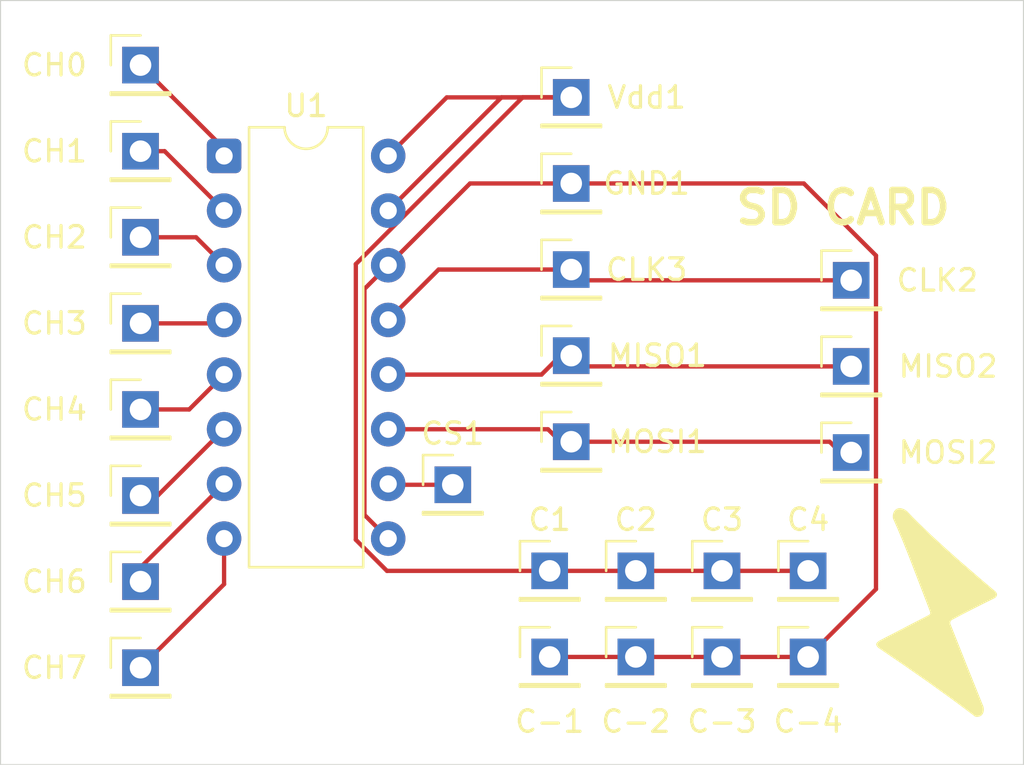
<source format=kicad_pcb>
(kicad_pcb (version 20241229) (generator "pcbnew") (generator_version "9.0")
  (layers (0 "F.Cu" signal) (2 "B.Cu" signal) (13 "F.Paste" user) (15 "B.Paste" user) (5 "F.SilkS" user "F.Silkscreen") (7 "B.SilkS" user "B.Silkscreen") (1 "F.Mask" user) (3 "B.Mask" user) (25 "Edge.Cuts" user))
  (net 0 "")
  (net 1 "Net-(U1-CLK)")
  (net 2 "Net-(U1-Din)")
  (net 3 "Net-(U1-Dout)")
  (net 4 "Net-(U1-AGND)")
  (net 5 "Net-(U1-~{CS}{slash}SHDN)")
  (net 6 "Net-(U1-CH0)")
  (net 7 "Net-(U1-CH1)")
  (net 8 "Net-(U1-CH2)")
  (net 9 "Net-(U1-CH3)")
  (net 10 "Net-(U1-CH4)")
  (net 11 "Net-(U1-CH5)")
  (net 12 "Net-(U1-CH6)")
  (net 13 "Net-(U1-CH7)")
  (net 14 "Net-(U1-Vdd)")
  (footprint "Connector_PinHeader_2.54mm:PinHeader_1x01_P2.54mm_Vertical" (layer "F.Cu") (at 92 142.5)
    (property "Reference" "CH7" (at -4 0 0) (layer "F.SilkS"))
    (property "Value" "TestPoint" (hide yes))
    (fp_line (start -1.38 -1.38) (end 0 -1.38) (stroke (width 0.12)) (layer "F.SilkS"))
    (fp_line (start -1.38 0) (end -1.38 -1.38) (stroke (width 0.12)) (layer "F.SilkS"))
    (fp_line (start -1.38 1.27) (end -1.38 1.38) (stroke (width 0.12)) (layer "F.SilkS"))
    (fp_line (start -1.38 1.27) (end 1.38 1.27) (stroke (width 0.12)) (layer "F.SilkS"))
    (fp_line (start -1.38 1.38) (end 1.38 1.38) (stroke (width 0.12)) (layer "F.SilkS"))
    (fp_line (start 1.38 1.27) (end 1.38 1.38) (stroke (width 0.12)) (layer "F.SilkS"))
    (pad "1" thru_hole rect (at 0 0) (size 1.7 1.7) (drill 1) (layers "*.Cu" "*.Mask") (net 13 "Net-(U1-CH7)"))
  )
  (footprint "Connector_PinHeader_2.54mm:PinHeader_1x01_P2.54mm_Vertical" (layer "F.Cu") (at 115 142)
    (property "Reference" "C-2" (at 0 3 0) (layer "F.SilkS"))
    (property "Value" "TestPoint" (hide yes))
    (fp_line (start -1.38 -1.38) (end 0 -1.38) (stroke (width 0.12)) (layer "F.SilkS"))
    (fp_line (start -1.38 0) (end -1.38 -1.38) (stroke (width 0.12)) (layer "F.SilkS"))
    (fp_line (start -1.38 1.27) (end -1.38 1.38) (stroke (width 0.12)) (layer "F.SilkS"))
    (fp_line (start -1.38 1.27) (end 1.38 1.27) (stroke (width 0.12)) (layer "F.SilkS"))
    (fp_line (start -1.38 1.38) (end 1.38 1.38) (stroke (width 0.12)) (layer "F.SilkS"))
    (fp_line (start 1.38 1.27) (end 1.38 1.38) (stroke (width 0.12)) (layer "F.SilkS"))
    (pad "1" thru_hole rect (at 0 0) (size 1.7 1.7) (drill 1) (layers "*.Cu" "*.Mask") (net 4 "Net-(U1-AGND)"))
  )
  (footprint "Connector_PinHeader_2.54mm:PinHeader_1x01_P2.54mm_Vertical" (layer "F.Cu") (at 115 138)
    (property "Reference" "C2" (at 0 -2.38 0) (layer "F.SilkS"))
    (property "Value" "TestPoint" (hide yes))
    (fp_line (start -1.38 -1.38) (end 0 -1.38) (stroke (width 0.12)) (layer "F.SilkS"))
    (fp_line (start -1.38 0) (end -1.38 -1.38) (stroke (width 0.12)) (layer "F.SilkS"))
    (fp_line (start -1.38 1.27) (end -1.38 1.38) (stroke (width 0.12)) (layer "F.SilkS"))
    (fp_line (start -1.38 1.27) (end 1.38 1.27) (stroke (width 0.12)) (layer "F.SilkS"))
    (fp_line (start -1.38 1.38) (end 1.38 1.38) (stroke (width 0.12)) (layer "F.SilkS"))
    (fp_line (start 1.38 1.27) (end 1.38 1.38) (stroke (width 0.12)) (layer "F.SilkS"))
    (pad "1" thru_hole rect (at 0 0) (size 1.7 1.7) (drill 1) (layers "*.Cu" "*.Mask") (net 14 "Net-(U1-Vdd)"))
  )
  (footprint "Connector_PinHeader_2.54mm:PinHeader_1x01_P2.54mm_Vertical" (layer "F.Cu") (at 125 128.5)
    (property "Reference" "MISO2" (at 4.5 0 0) (layer "F.SilkS"))
    (property "Value" "TestPoint" (hide yes))
    (fp_line (start -1.38 -1.38) (end 0 -1.38) (stroke (width 0.12)) (layer "F.SilkS"))
    (fp_line (start -1.38 0) (end -1.38 -1.38) (stroke (width 0.12)) (layer "F.SilkS"))
    (fp_line (start -1.38 1.27) (end -1.38 1.38) (stroke (width 0.12)) (layer "F.SilkS"))
    (fp_line (start -1.38 1.27) (end 1.38 1.27) (stroke (width 0.12)) (layer "F.SilkS"))
    (fp_line (start -1.38 1.38) (end 1.38 1.38) (stroke (width 0.12)) (layer "F.SilkS"))
    (fp_line (start 1.38 1.27) (end 1.38 1.38) (stroke (width 0.12)) (layer "F.SilkS"))
    (pad "1" thru_hole rect (at 0 0) (size 1.7 1.7) (drill 1) (layers "*.Cu" "*.Mask") (net 3 "Net-(U1-Dout)"))
  )
  (footprint "Connector_PinHeader_2.54mm:PinHeader_1x01_P2.54mm_Vertical" (layer "F.Cu") (at 111 138)
    (property "Reference" "C1" (at 0 -2.38 0) (layer "F.SilkS"))
    (property "Value" "TestPoint" (hide yes))
    (fp_line (start -1.38 -1.38) (end 0 -1.38) (stroke (width 0.12)) (layer "F.SilkS"))
    (fp_line (start -1.38 0) (end -1.38 -1.38) (stroke (width 0.12)) (layer "F.SilkS"))
    (fp_line (start -1.38 1.27) (end -1.38 1.38) (stroke (width 0.12)) (layer "F.SilkS"))
    (fp_line (start -1.38 1.27) (end 1.38 1.27) (stroke (width 0.12)) (layer "F.SilkS"))
    (fp_line (start -1.38 1.38) (end 1.38 1.38) (stroke (width 0.12)) (layer "F.SilkS"))
    (fp_line (start 1.38 1.27) (end 1.38 1.38) (stroke (width 0.12)) (layer "F.SilkS"))
    (pad "1" thru_hole rect (at 0 0) (size 1.7 1.7) (drill 1) (layers "*.Cu" "*.Mask") (net 14 "Net-(U1-Vdd)"))
  )
  (footprint "Connector_PinHeader_2.54mm:PinHeader_1x01_P2.54mm_Vertical" (layer "F.Cu") (at 92 114.5)
    (property "Reference" "CH0" (at -4 0 0) (layer "F.SilkS"))
    (property "Value" "TestPoint" (hide yes))
    (fp_line (start -1.38 -1.38) (end 0 -1.38) (stroke (width 0.12)) (layer "F.SilkS"))
    (fp_line (start -1.38 0) (end -1.38 -1.38) (stroke (width 0.12)) (layer "F.SilkS"))
    (fp_line (start -1.38 1.27) (end -1.38 1.38) (stroke (width 0.12)) (layer "F.SilkS"))
    (fp_line (start -1.38 1.27) (end 1.38 1.27) (stroke (width 0.12)) (layer "F.SilkS"))
    (fp_line (start -1.38 1.38) (end 1.38 1.38) (stroke (width 0.12)) (layer "F.SilkS"))
    (fp_line (start 1.38 1.27) (end 1.38 1.38) (stroke (width 0.12)) (layer "F.SilkS"))
    (pad "1" thru_hole rect (at 0 0) (size 1.7 1.7) (drill 1) (layers "*.Cu" "*.Mask") (net 6 "Net-(U1-CH0)"))
  )
  (footprint "Connector_PinHeader_2.54mm:PinHeader_1x01_P2.54mm_Vertical" (layer "F.Cu") (at 123 138)
    (property "Reference" "C4" (at 0 -2.38 0) (layer "F.SilkS"))
    (property "Value" "TestPoint" (hide yes))
    (fp_line (start -1.38 -1.38) (end 0 -1.38) (stroke (width 0.12)) (layer "F.SilkS"))
    (fp_line (start -1.38 0) (end -1.38 -1.38) (stroke (width 0.12)) (layer "F.SilkS"))
    (fp_line (start -1.38 1.27) (end -1.38 1.38) (stroke (width 0.12)) (layer "F.SilkS"))
    (fp_line (start -1.38 1.27) (end 1.38 1.27) (stroke (width 0.12)) (layer "F.SilkS"))
    (fp_line (start -1.38 1.38) (end 1.38 1.38) (stroke (width 0.12)) (layer "F.SilkS"))
    (fp_line (start 1.38 1.27) (end 1.38 1.38) (stroke (width 0.12)) (layer "F.SilkS"))
    (pad "1" thru_hole rect (at 0 0) (size 1.7 1.7) (drill 1) (layers "*.Cu" "*.Mask") (net 14 "Net-(U1-Vdd)"))
  )
  (footprint "Connector_PinHeader_2.54mm:PinHeader_1x01_P2.54mm_Vertical" (layer "F.Cu") (at 112 120)
    (property "Reference" "GND1" (at 3.5 0 0) (layer "F.SilkS"))
    (property "Value" "TestPoint" (hide yes))
    (fp_line (start -1.38 -1.38) (end 0 -1.38) (stroke (width 0.12)) (layer "F.SilkS"))
    (fp_line (start -1.38 0) (end -1.38 -1.38) (stroke (width 0.12)) (layer "F.SilkS"))
    (fp_line (start -1.38 1.27) (end -1.38 1.38) (stroke (width 0.12)) (layer "F.SilkS"))
    (fp_line (start -1.38 1.27) (end 1.38 1.27) (stroke (width 0.12)) (layer "F.SilkS"))
    (fp_line (start -1.38 1.38) (end 1.38 1.38) (stroke (width 0.12)) (layer "F.SilkS"))
    (fp_line (start 1.38 1.27) (end 1.38 1.38) (stroke (width 0.12)) (layer "F.SilkS"))
    (pad "1" thru_hole rect (at 0 0) (size 1.7 1.7) (drill 1) (layers "*.Cu" "*.Mask") (net 4 "Net-(U1-AGND)"))
  )
  (footprint "Connector_PinHeader_2.54mm:PinHeader_1x01_P2.54mm_Vertical" (layer "F.Cu") (at 92 122.5)
    (property "Reference" "CH2" (at -4 0 0) (layer "F.SilkS"))
    (property "Value" "TestPoint" (hide yes))
    (fp_line (start -1.38 -1.38) (end 0 -1.38) (stroke (width 0.12)) (layer "F.SilkS"))
    (fp_line (start -1.38 0) (end -1.38 -1.38) (stroke (width 0.12)) (layer "F.SilkS"))
    (fp_line (start -1.38 1.27) (end -1.38 1.38) (stroke (width 0.12)) (layer "F.SilkS"))
    (fp_line (start -1.38 1.27) (end 1.38 1.27) (stroke (width 0.12)) (layer "F.SilkS"))
    (fp_line (start -1.38 1.38) (end 1.38 1.38) (stroke (width 0.12)) (layer "F.SilkS"))
    (fp_line (start 1.38 1.27) (end 1.38 1.38) (stroke (width 0.12)) (layer "F.SilkS"))
    (pad "1" thru_hole rect (at 0 0) (size 1.7 1.7) (drill 1) (layers "*.Cu" "*.Mask") (net 8 "Net-(U1-CH2)"))
  )
  (footprint "Connector_PinHeader_2.54mm:PinHeader_1x01_P2.54mm_Vertical" (layer "F.Cu") (at 92 130.5)
    (property "Reference" "CH4" (at -4 0 0) (layer "F.SilkS"))
    (property "Value" "TestPoint" (hide yes))
    (fp_line (start -1.38 -1.38) (end 0 -1.38) (stroke (width 0.12)) (layer "F.SilkS"))
    (fp_line (start -1.38 0) (end -1.38 -1.38) (stroke (width 0.12)) (layer "F.SilkS"))
    (fp_line (start -1.38 1.27) (end -1.38 1.38) (stroke (width 0.12)) (layer "F.SilkS"))
    (fp_line (start -1.38 1.27) (end 1.38 1.27) (stroke (width 0.12)) (layer "F.SilkS"))
    (fp_line (start -1.38 1.38) (end 1.38 1.38) (stroke (width 0.12)) (layer "F.SilkS"))
    (fp_line (start 1.38 1.27) (end 1.38 1.38) (stroke (width 0.12)) (layer "F.SilkS"))
    (pad "1" thru_hole rect (at 0 0) (size 1.7 1.7) (drill 1) (layers "*.Cu" "*.Mask") (net 10 "Net-(U1-CH4)"))
  )
  (footprint "Connector_PinHeader_2.54mm:PinHeader_1x01_P2.54mm_Vertical" (layer "F.Cu") (at 123 142)
    (property "Reference" "C-4" (at 0 3 0) (layer "F.SilkS"))
    (property "Value" "TestPoint" (hide yes))
    (fp_line (start -1.38 -1.38) (end 0 -1.38) (stroke (width 0.12)) (layer "F.SilkS"))
    (fp_line (start -1.38 0) (end -1.38 -1.38) (stroke (width 0.12)) (layer "F.SilkS"))
    (fp_line (start -1.38 1.27) (end -1.38 1.38) (stroke (width 0.12)) (layer "F.SilkS"))
    (fp_line (start -1.38 1.27) (end 1.38 1.27) (stroke (width 0.12)) (layer "F.SilkS"))
    (fp_line (start -1.38 1.38) (end 1.38 1.38) (stroke (width 0.12)) (layer "F.SilkS"))
    (fp_line (start 1.38 1.27) (end 1.38 1.38) (stroke (width 0.12)) (layer "F.SilkS"))
    (pad "1" thru_hole rect (at 0 0) (size 1.7 1.7) (drill 1) (layers "*.Cu" "*.Mask") (net 4 "Net-(U1-AGND)"))
  )
  (footprint "Connector_PinHeader_2.54mm:PinHeader_1x01_P2.54mm_Vertical" (layer "F.Cu") (at 112 128)
    (property "Reference" "MISO1" (at 4 0 0) (layer "F.SilkS"))
    (property "Value" "TestPoint" (hide yes))
    (fp_line (start -1.38 -1.38) (end 0 -1.38) (stroke (width 0.12)) (layer "F.SilkS"))
    (fp_line (start -1.38 0) (end -1.38 -1.38) (stroke (width 0.12)) (layer "F.SilkS"))
    (fp_line (start -1.38 1.27) (end -1.38 1.38) (stroke (width 0.12)) (layer "F.SilkS"))
    (fp_line (start -1.38 1.27) (end 1.38 1.27) (stroke (width 0.12)) (layer "F.SilkS"))
    (fp_line (start -1.38 1.38) (end 1.38 1.38) (stroke (width 0.12)) (layer "F.SilkS"))
    (fp_line (start 1.38 1.27) (end 1.38 1.38) (stroke (width 0.12)) (layer "F.SilkS"))
    (pad "1" thru_hole rect (at 0 0) (size 1.7 1.7) (drill 1) (layers "*.Cu" "*.Mask") (net 3 "Net-(U1-Dout)"))
  )
  (footprint "Connector_PinHeader_2.54mm:PinHeader_1x01_P2.54mm_Vertical" (layer "F.Cu") (at 112 132)
    (property "Reference" "MOSI1" (at 4 0 0) (layer "F.SilkS"))
    (property "Value" "TestPoint" (hide yes))
    (fp_line (start -1.38 -1.38) (end 0 -1.38) (stroke (width 0.12)) (layer "F.SilkS"))
    (fp_line (start -1.38 0) (end -1.38 -1.38) (stroke (width 0.12)) (layer "F.SilkS"))
    (fp_line (start -1.38 1.27) (end -1.38 1.38) (stroke (width 0.12)) (layer "F.SilkS"))
    (fp_line (start -1.38 1.27) (end 1.38 1.27) (stroke (width 0.12)) (layer "F.SilkS"))
    (fp_line (start -1.38 1.38) (end 1.38 1.38) (stroke (width 0.12)) (layer "F.SilkS"))
    (fp_line (start 1.38 1.27) (end 1.38 1.38) (stroke (width 0.12)) (layer "F.SilkS"))
    (pad "1" thru_hole rect (at 0 0) (size 1.7 1.7) (drill 1) (layers "*.Cu" "*.Mask") (net 2 "Net-(U1-Din)"))
  )
  (footprint "Connector_PinHeader_2.54mm:PinHeader_1x01_P2.54mm_Vertical" (layer "F.Cu") (at 125 132.5)
    (property "Reference" "MOSI2" (at 4.5 0 0) (layer "F.SilkS"))
    (property "Value" "TestPoint" (hide yes))
    (fp_line (start -1.38 -1.38) (end 0 -1.38) (stroke (width 0.12)) (layer "F.SilkS"))
    (fp_line (start -1.38 0) (end -1.38 -1.38) (stroke (width 0.12)) (layer "F.SilkS"))
    (fp_line (start -1.38 1.27) (end -1.38 1.38) (stroke (width 0.12)) (layer "F.SilkS"))
    (fp_line (start -1.38 1.27) (end 1.38 1.27) (stroke (width 0.12)) (layer "F.SilkS"))
    (fp_line (start -1.38 1.38) (end 1.38 1.38) (stroke (width 0.12)) (layer "F.SilkS"))
    (fp_line (start 1.38 1.27) (end 1.38 1.38) (stroke (width 0.12)) (layer "F.SilkS"))
    (pad "1" thru_hole rect (at 0 0) (size 1.7 1.7) (drill 1) (layers "*.Cu" "*.Mask") (net 2 "Net-(U1-Din)"))
  )
  (footprint "Connector_PinHeader_2.54mm:PinHeader_1x01_P2.54mm_Vertical" (layer "F.Cu") (at 92 138.5)
    (property "Reference" "CH6" (at -4 0 0) (layer "F.SilkS"))
    (property "Value" "TestPoint" (hide yes))
    (fp_line (start -1.38 -1.38) (end 0 -1.38) (stroke (width 0.12)) (layer "F.SilkS"))
    (fp_line (start -1.38 0) (end -1.38 -1.38) (stroke (width 0.12)) (layer "F.SilkS"))
    (fp_line (start -1.38 1.27) (end -1.38 1.38) (stroke (width 0.12)) (layer "F.SilkS"))
    (fp_line (start -1.38 1.27) (end 1.38 1.27) (stroke (width 0.12)) (layer "F.SilkS"))
    (fp_line (start -1.38 1.38) (end 1.38 1.38) (stroke (width 0.12)) (layer "F.SilkS"))
    (fp_line (start 1.38 1.27) (end 1.38 1.38) (stroke (width 0.12)) (layer "F.SilkS"))
    (pad "1" thru_hole rect (at 0 0) (size 1.7 1.7) (drill 1) (layers "*.Cu" "*.Mask") (net 12 "Net-(U1-CH6)"))
  )
  (footprint "Connector_PinHeader_2.54mm:PinHeader_1x01_P2.54mm_Vertical" (layer "F.Cu") (at 92 118.5)
    (property "Reference" "CH1" (at -4 0 0) (layer "F.SilkS"))
    (property "Value" "TestPoint" (hide yes))
    (fp_line (start -1.38 -1.38) (end 0 -1.38) (stroke (width 0.12)) (layer "F.SilkS"))
    (fp_line (start -1.38 0) (end -1.38 -1.38) (stroke (width 0.12)) (layer "F.SilkS"))
    (fp_line (start -1.38 1.27) (end -1.38 1.38) (stroke (width 0.12)) (layer "F.SilkS"))
    (fp_line (start -1.38 1.27) (end 1.38 1.27) (stroke (width 0.12)) (layer "F.SilkS"))
    (fp_line (start -1.38 1.38) (end 1.38 1.38) (stroke (width 0.12)) (layer "F.SilkS"))
    (fp_line (start 1.38 1.27) (end 1.38 1.38) (stroke (width 0.12)) (layer "F.SilkS"))
    (pad "1" thru_hole rect (at 0 0) (size 1.7 1.7) (drill 1) (layers "*.Cu" "*.Mask") (net 7 "Net-(U1-CH1)"))
  )
  (footprint "Connector_PinHeader_2.54mm:PinHeader_1x01_P2.54mm_Vertical" (layer "F.Cu") (at 119 138)
    (property "Reference" "C3" (at 0 -2.38 0) (layer "F.SilkS"))
    (property "Value" "TestPoint" (hide yes))
    (fp_line (start -1.38 -1.38) (end 0 -1.38) (stroke (width 0.12)) (layer "F.SilkS"))
    (fp_line (start -1.38 0) (end -1.38 -1.38) (stroke (width 0.12)) (layer "F.SilkS"))
    (fp_line (start -1.38 1.27) (end -1.38 1.38) (stroke (width 0.12)) (layer "F.SilkS"))
    (fp_line (start -1.38 1.27) (end 1.38 1.27) (stroke (width 0.12)) (layer "F.SilkS"))
    (fp_line (start -1.38 1.38) (end 1.38 1.38) (stroke (width 0.12)) (layer "F.SilkS"))
    (fp_line (start 1.38 1.27) (end 1.38 1.38) (stroke (width 0.12)) (layer "F.SilkS"))
    (pad "1" thru_hole rect (at 0 0) (size 1.7 1.7) (drill 1) (layers "*.Cu" "*.Mask") (net 14 "Net-(U1-Vdd)"))
  )
  (footprint "Connector_PinHeader_2.54mm:PinHeader_1x01_P2.54mm_Vertical" (layer "F.Cu") (at 119 142)
    (property "Reference" "C-3" (at 0 3 0) (layer "F.SilkS"))
    (property "Value" "TestPoint" (hide yes))
    (fp_line (start -1.38 -1.38) (end 0 -1.38) (stroke (width 0.12)) (layer "F.SilkS"))
    (fp_line (start -1.38 0) (end -1.38 -1.38) (stroke (width 0.12)) (layer "F.SilkS"))
    (fp_line (start -1.38 1.27) (end -1.38 1.38) (stroke (width 0.12)) (layer "F.SilkS"))
    (fp_line (start -1.38 1.27) (end 1.38 1.27) (stroke (width 0.12)) (layer "F.SilkS"))
    (fp_line (start -1.38 1.38) (end 1.38 1.38) (stroke (width 0.12)) (layer "F.SilkS"))
    (fp_line (start 1.38 1.27) (end 1.38 1.38) (stroke (width 0.12)) (layer "F.SilkS"))
    (pad "1" thru_hole rect (at 0 0) (size 1.7 1.7) (drill 1) (layers "*.Cu" "*.Mask") (net 4 "Net-(U1-AGND)"))
  )
  (footprint "Package_DIP:DIP-16_W7.62mm" (layer "F.Cu") (at 95.88 118.72)
    (property "Reference" "U1" (at 3.81 -2.33 0) (layer "F.SilkS"))
    (property "Value" "MCP3008")
    (fp_line (start 1.16 -1.33) (end 1.16 19.11) (stroke (width 0.12)) (layer "F.SilkS"))
    (fp_line (start 1.16 19.11) (end 6.46 19.11) (stroke (width 0.12)) (layer "F.SilkS"))
    (fp_line (start 2.81 -1.33) (end 1.16 -1.33) (stroke (width 0.12)) (layer "F.SilkS"))
    (fp_line (start 6.46 -1.33) (end 4.81 -1.33) (stroke (width 0.12)) (layer "F.SilkS"))
    (fp_line (start 6.46 19.11) (end 6.46 -1.33) (stroke (width 0.12)) (layer "F.SilkS"))
    (fp_arc (start 4.81 -1.33) (mid 3.81 -0.33) (end 2.81 -1.33) (stroke (width 0.12)) (layer "F.SilkS"))
    (pad "1" thru_hole roundrect (at 0 0) (size 1.6 1.6) (drill 0.8) (layers "*.Cu" "*.Mask") (roundrect_rratio 0.15625) (net 6 "Net-(U1-CH0)"))
    (pad "2" thru_hole circle (at 0 2.54) (size 1.6 1.6) (drill 0.8) (layers "*.Cu" "*.Mask") (net 7 "Net-(U1-CH1)"))
    (pad "3" thru_hole circle (at 0 5.08) (size 1.6 1.6) (drill 0.8) (layers "*.Cu" "*.Mask") (net 8 "Net-(U1-CH2)"))
    (pad "4" thru_hole circle (at 0 7.62) (size 1.6 1.6) (drill 0.8) (layers "*.Cu" "*.Mask") (net 9 "Net-(U1-CH3)"))
    (pad "5" thru_hole circle (at 0 10.16) (size 1.6 1.6) (drill 0.8) (layers "*.Cu" "*.Mask") (net 10 "Net-(U1-CH4)"))
    (pad "6" thru_hole circle (at 0 12.7) (size 1.6 1.6) (drill 0.8) (layers "*.Cu" "*.Mask") (net 11 "Net-(U1-CH5)"))
    (pad "7" thru_hole circle (at 0 15.24) (size 1.6 1.6) (drill 0.8) (layers "*.Cu" "*.Mask") (net 12 "Net-(U1-CH6)"))
    (pad "8" thru_hole circle (at 0 17.78) (size 1.6 1.6) (drill 0.8) (layers "*.Cu" "*.Mask") (net 13 "Net-(U1-CH7)"))
    (pad "9" thru_hole circle (at 7.62 17.78) (size 1.6 1.6) (drill 0.8) (layers "*.Cu" "*.Mask") (net 4 "Net-(U1-AGND)"))
    (pad "10" thru_hole circle (at 7.62 15.24) (size 1.6 1.6) (drill 0.8) (layers "*.Cu" "*.Mask") (net 5 "Net-(U1-~{CS}{slash}SHDN)"))
    (pad "11" thru_hole circle (at 7.62 12.7) (size 1.6 1.6) (drill 0.8) (layers "*.Cu" "*.Mask") (net 2 "Net-(U1-Din)"))
    (pad "12" thru_hole circle (at 7.62 10.16) (size 1.6 1.6) (drill 0.8) (layers "*.Cu" "*.Mask") (net 3 "Net-(U1-Dout)"))
    (pad "13" thru_hole circle (at 7.62 7.62) (size 1.6 1.6) (drill 0.8) (layers "*.Cu" "*.Mask") (net 1 "Net-(U1-CLK)"))
    (pad "14" thru_hole circle (at 7.62 5.08) (size 1.6 1.6) (drill 0.8) (layers "*.Cu" "*.Mask") (net 4 "Net-(U1-AGND)"))
    (pad "15" thru_hole circle (at 7.62 2.54) (size 1.6 1.6) (drill 0.8) (layers "*.Cu" "*.Mask") (net 14 "Net-(U1-Vdd)"))
    (pad "16" thru_hole circle (at 7.62 0) (size 1.6 1.6) (drill 0.8) (layers "*.Cu" "*.Mask") (net 14 "Net-(U1-Vdd)"))
  )
  (footprint "Connector_PinHeader_2.54mm:PinHeader_1x01_P2.54mm_Vertical" (layer "F.Cu") (at 92 134.5)
    (property "Reference" "CH5" (at -4 0 0) (layer "F.SilkS"))
    (property "Value" "TestPoint" (hide yes))
    (fp_line (start -1.38 -1.38) (end 0 -1.38) (stroke (width 0.12)) (layer "F.SilkS"))
    (fp_line (start -1.38 0) (end -1.38 -1.38) (stroke (width 0.12)) (layer "F.SilkS"))
    (fp_line (start -1.38 1.27) (end -1.38 1.38) (stroke (width 0.12)) (layer "F.SilkS"))
    (fp_line (start -1.38 1.27) (end 1.38 1.27) (stroke (width 0.12)) (layer "F.SilkS"))
    (fp_line (start -1.38 1.38) (end 1.38 1.38) (stroke (width 0.12)) (layer "F.SilkS"))
    (fp_line (start 1.38 1.27) (end 1.38 1.38) (stroke (width 0.12)) (layer "F.SilkS"))
    (pad "1" thru_hole rect (at 0 0) (size 1.7 1.7) (drill 1) (layers "*.Cu" "*.Mask") (net 11 "Net-(U1-CH5)"))
  )
  (footprint "Connector_PinHeader_2.54mm:PinHeader_1x01_P2.54mm_Vertical" (layer "F.Cu") (at 125 124.5)
    (property "Reference" "CLK2" (at 4 0 0) (layer "F.SilkS"))
    (property "Value" "TestPoint" (hide yes))
    (fp_line (start -1.38 -1.38) (end 0 -1.38) (stroke (width 0.12)) (layer "F.SilkS"))
    (fp_line (start -1.38 0) (end -1.38 -1.38) (stroke (width 0.12)) (layer "F.SilkS"))
    (fp_line (start -1.38 1.27) (end -1.38 1.38) (stroke (width 0.12)) (layer "F.SilkS"))
    (fp_line (start -1.38 1.27) (end 1.38 1.27) (stroke (width 0.12)) (layer "F.SilkS"))
    (fp_line (start -1.38 1.38) (end 1.38 1.38) (stroke (width 0.12)) (layer "F.SilkS"))
    (fp_line (start 1.38 1.27) (end 1.38 1.38) (stroke (width 0.12)) (layer "F.SilkS"))
    (pad "1" thru_hole rect (at 0 0) (size 1.7 1.7) (drill 1) (layers "*.Cu" "*.Mask") (net 1 "Net-(U1-CLK)"))
  )
  (footprint "Connector_PinHeader_2.54mm:PinHeader_1x01_P2.54mm_Vertical" (layer "F.Cu") (at 92 126.5)
    (property "Reference" "CH3" (at -4 0 0) (layer "F.SilkS"))
    (property "Value" "TestPoint" (hide yes))
    (fp_line (start -1.38 -1.38) (end 0 -1.38) (stroke (width 0.12)) (layer "F.SilkS"))
    (fp_line (start -1.38 0) (end -1.38 -1.38) (stroke (width 0.12)) (layer "F.SilkS"))
    (fp_line (start -1.38 1.27) (end -1.38 1.38) (stroke (width 0.12)) (layer "F.SilkS"))
    (fp_line (start -1.38 1.27) (end 1.38 1.27) (stroke (width 0.12)) (layer "F.SilkS"))
    (fp_line (start -1.38 1.38) (end 1.38 1.38) (stroke (width 0.12)) (layer "F.SilkS"))
    (fp_line (start 1.38 1.27) (end 1.38 1.38) (stroke (width 0.12)) (layer "F.SilkS"))
    (pad "1" thru_hole rect (at 0 0) (size 1.7 1.7) (drill 1) (layers "*.Cu" "*.Mask") (net 9 "Net-(U1-CH3)"))
  )
  (footprint "Connector_PinHeader_2.54mm:PinHeader_1x01_P2.54mm_Vertical" (layer "F.Cu") (at 106.5 134)
    (property "Reference" "CS1" (at 0 -2.38 0) (layer "F.SilkS"))
    (property "Value" "TestPoint" (hide yes))
    (fp_line (start -1.38 -1.38) (end 0 -1.38) (stroke (width 0.12)) (layer "F.SilkS"))
    (fp_line (start -1.38 0) (end -1.38 -1.38) (stroke (width 0.12)) (layer "F.SilkS"))
    (fp_line (start -1.38 1.27) (end -1.38 1.38) (stroke (width 0.12)) (layer "F.SilkS"))
    (fp_line (start -1.38 1.27) (end 1.38 1.27) (stroke (width 0.12)) (layer "F.SilkS"))
    (fp_line (start -1.38 1.38) (end 1.38 1.38) (stroke (width 0.12)) (layer "F.SilkS"))
    (fp_line (start 1.38 1.27) (end 1.38 1.38) (stroke (width 0.12)) (layer "F.SilkS"))
    (pad "1" thru_hole rect (at 0 0) (size 1.7 1.7) (drill 1) (layers "*.Cu" "*.Mask") (net 5 "Net-(U1-~{CS}{slash}SHDN)"))
  )
  (footprint "Connector_PinHeader_2.54mm:PinHeader_1x01_P2.54mm_Vertical" (layer "F.Cu") (at 111 142)
    (property "Reference" "C-1" (at 0 3 0) (layer "F.SilkS"))
    (property "Value" "TestPoint" (hide yes))
    (fp_line (start -1.38 -1.38) (end 0 -1.38) (stroke (width 0.12)) (layer "F.SilkS"))
    (fp_line (start -1.38 0) (end -1.38 -1.38) (stroke (width 0.12)) (layer "F.SilkS"))
    (fp_line (start -1.38 1.27) (end -1.38 1.38) (stroke (width 0.12)) (layer "F.SilkS"))
    (fp_line (start -1.38 1.27) (end 1.38 1.27) (stroke (width 0.12)) (layer "F.SilkS"))
    (fp_line (start -1.38 1.38) (end 1.38 1.38) (stroke (width 0.12)) (layer "F.SilkS"))
    (fp_line (start 1.38 1.27) (end 1.38 1.38) (stroke (width 0.12)) (layer "F.SilkS"))
    (pad "1" thru_hole rect (at 0 0) (size 1.7 1.7) (drill 1) (layers "*.Cu" "*.Mask") (net 4 "Net-(U1-AGND)"))
  )
  (footprint "Connector_PinHeader_2.54mm:PinHeader_1x01_P2.54mm_Vertical" (layer "F.Cu") (at 112 116)
    (property "Reference" "Vdd1" (at 3.5 0 0) (layer "F.SilkS"))
    (property "Value" "TestPoint" (hide yes))
    (fp_line (start -1.38 -1.38) (end 0 -1.38) (stroke (width 0.12)) (layer "F.SilkS"))
    (fp_line (start -1.38 0) (end -1.38 -1.38) (stroke (width 0.12)) (layer "F.SilkS"))
    (fp_line (start -1.38 1.27) (end -1.38 1.38) (stroke (width 0.12)) (layer "F.SilkS"))
    (fp_line (start -1.38 1.27) (end 1.38 1.27) (stroke (width 0.12)) (layer "F.SilkS"))
    (fp_line (start -1.38 1.38) (end 1.38 1.38) (stroke (width 0.12)) (layer "F.SilkS"))
    (fp_line (start 1.38 1.27) (end 1.38 1.38) (stroke (width 0.12)) (layer "F.SilkS"))
    (pad "1" thru_hole rect (at 0 0) (size 1.7 1.7) (drill 1) (layers "*.Cu" "*.Mask") (net 14 "Net-(U1-Vdd)"))
  )
  (footprint "Connector_PinHeader_2.54mm:PinHeader_1x01_P2.54mm_Vertical" (layer "F.Cu") (at 112 124)
    (property "Reference" "CLK3" (at 3.5 0 0) (layer "F.SilkS"))
    (property "Value" "TestPoint" (hide yes))
    (fp_line (start -1.38 -1.38) (end 0 -1.38) (stroke (width 0.12)) (layer "F.SilkS"))
    (fp_line (start -1.38 0) (end -1.38 -1.38) (stroke (width 0.12)) (layer "F.SilkS"))
    (fp_line (start -1.38 1.27) (end -1.38 1.38) (stroke (width 0.12)) (layer "F.SilkS"))
    (fp_line (start -1.38 1.27) (end 1.38 1.27) (stroke (width 0.12)) (layer "F.SilkS"))
    (fp_line (start -1.38 1.38) (end 1.38 1.38) (stroke (width 0.12)) (layer "F.SilkS"))
    (fp_line (start 1.38 1.27) (end 1.38 1.38) (stroke (width 0.12)) (layer "F.SilkS"))
    (pad "1" thru_hole rect (at 0 0) (size 1.7 1.7) (drill 1) (layers "*.Cu" "*.Mask") (net 1 "Net-(U1-CLK)"))
  )
  (gr_poly (pts (xy 127.279413 135.087863) (xy 127.311341 135.091289) (xy 127.34429 135.097623) (xy 127.37821 135.106971) (xy 127.413053 135.119444) (xy 127.448771 135.135147) (xy 127.485315 135.154189) (xy 127.522638 135.176679) (xy 127.560689 135.202723) (xy 127.599422 135.232431) (xy 127.599422 135.232438) (xy 127.850655 135.495588) (xy 128.126083 135.772153) (xy 128.729044 136.350295) (xy 129.367338 136.936399) (xy 130 137.5) (xy 131.08456 138.437833) (xy 131.654995 138.920075) (xy 131.669488 138.931116) (xy 131.683008 138.942422) (xy 131.695551 138.953971) (xy 131.707116 138.965738) (xy 131.717697 138.977701) (xy 131.727294 138.989834) (xy 131.735902 139.002114) (xy 131.743519 139.014518) (xy 131.750141 139.02702) (xy 131.755766 139.039599) (xy 131.760391 139.052229) (xy 131.764012 139.064887) (xy 131.766626 139.077549) (xy 131.768232 139.090191) (xy 131.768825 139.10279) (xy 131.768402 139.115321) (xy 131.766961 139.127761) (xy 131.764499 139.140086) (xy 131.761012 139.152271) (xy 131.756497 139.164294) (xy 131.750953 139.17613) (xy 131.744374 139.187756) (xy 131.73676 139.199147) (xy 131.728105 139.21028) (xy 131.718409 139.221131) (xy 131.707667 139.231676) (xy 131.695876 139.241891) (xy 131.683034 139.251753) (xy 131.669137 139.261237) (xy 131.654183 139.27032) (xy 131.638168 139.278978) (xy 131.62109 139.287187) (xy 131.142638 139.524166) (xy 130.659691 139.767936) (xy 130.18119 140.014415) (xy 129.716076 140.259522) (xy 129.70147 140.266783) (xy 129.687413 140.274707) (xy 129.674015 140.283324) (xy 129.661388 140.29266) (xy 129.655397 140.297608) (xy 129.649641 140.302746) (xy 129.644132 140.308078) (xy 129.638886 140.313608) (xy 129.633915 140.31934) (xy 129.629233 140.325276) (xy 129.624855 140.331421) (xy 129.620794 140.337777) (xy 129.617064 140.344349) (xy 129.613679 140.35114) (xy 129.610653 140.358154) (xy 129.607999 140.365394) (xy 129.605732 140.372863) (xy 129.603865 140.380566) (xy 129.602412 140.388505) (xy 129.601387 140.396684) (xy 129.600804 140.405107) (xy 129.600676 140.413778) (xy 129.601018 140.422699) (xy 129.601844 140.431875) (xy 129.603166 140.441309) (xy 129.605 140.451004) (xy 129.607359 140.460964) (xy 129.610256 140.471192) (xy 130.361755 142.366075) (xy 131.124996 144.267961) (xy 131.132232 144.284457) (xy 131.138708 144.30221) (xy 131.149201 144.340967) (xy 131.156125 144.383195) (xy 131.159126 144.427861) (xy 131.157854 144.473928) (xy 131.155506 144.497165) (xy 131.151957 144.520364) (xy 131.147163 144.543396) (xy 131.141082 144.566132) (xy 131.133668 144.588442) (xy 131.124878 144.610198) (xy 131.114668 144.63127) (xy 131.102993 144.651528) (xy 131.08981 144.670843) (xy 131.075075 144.689085) (xy 131.058744 144.706127) (xy 131.040773 144.721837) (xy 131.021118 144.736087) (xy 130.999735 144.748748) (xy 130.976579 144.759689) (xy 130.951608 144.768782) (xy 130.924777 144.775898) (xy 130.896041 144.780906) (xy 130.865358 144.783679) (xy 130.832683 144.784085) (xy 130.797972 144.781997) (xy 130.761181 144.777284) (xy 130.203993 144.356648) (xy 129.645961 143.94409) (xy 128.525221 143.138263) (xy 127.394676 142.349925) (xy 126.250042 141.5692) (xy 126.236864 141.554185) (xy 126.224828 141.539826) (xy 126.213912 141.526089) (xy 126.204096 141.512943) (xy 126.195358 141.500355) (xy 126.187677 141.488292) (xy 126.181032 141.47672) (xy 126.175401 141.465608) (xy 126.170765 141.454923) (xy 126.167101 141.444632) (xy 126.164388 141.434702) (xy 126.162605 141.425101) (xy 126.161732 141.415795) (xy 126.161746 141.406753) (xy 126.162627 141.397941) (xy 126.164354 141.389327) (xy 126.166905 141.380878) (xy 126.17026 141.372561) (xy 126.174397 141.364344) (xy 126.179295 141.356193) (xy 126.184932 141.348077) (xy 126.191289 141.339962) (xy 126.198343 141.331816) (xy 126.206073 141.323606) (xy 126.223478 141.306863) (xy 126.243336 141.289471) (xy 126.265476 141.271169) (xy 126.28973 141.251695) (xy 128.604839 140.047853) (xy 128.61357 140.043067) (xy 128.621511 140.038087) (xy 128.628693 140.032917) (xy 128.635141 140.027563) (xy 128.640885 140.022028) (xy 128.645952 140.016319) (xy 128.650369 140.010441) (xy 128.654165 140.004397) (xy 128.657368 139.998194) (xy 128.660005 139.991836) (xy 128.662105 139.985329) (xy 128.663694 139.978677) (xy 128.664802 139.971885) (xy 128.665455 139.964958) (xy 128.665682 139.957902) (xy 128.66551 139.950721) (xy 128.664968 139.94342) (xy 128.664083 139.936005) (xy 128.661396 139.92085) (xy 128.657672 139.905297) (xy 128.653134 139.889386) (xy 128.631298 139.822953) (xy 127.810932 137.682166) (xy 127.602761 137.147317) (xy 127.389246 136.615051) (xy 127.168334 136.08659) (xy 126.937969 135.563157) (xy 126.933071 135.529513) (xy 126.930307 135.496293) (xy 126.929628 135.463606) (xy 126.930987 135.431558) (xy 126.934333 135.400258) (xy 126.93962 135.369815) (xy 126.946799 135.340335) (xy 126.955821 135.311928) (xy 126.966638 135.2847) (xy 126.979201 135.258761) (xy 126.993462 135.234217) (xy 127.009373 135.211177) (xy 127.026885 135.189748) (xy 127.045949 135.17004) (xy 127.066518 135.152159) (xy 127.088543 135.136213) (xy 127.111975 135.122312) (xy 127.136766 135.110561) (xy 127.162868 135.101071) (xy 127.190232 135.093948) (xy 127.21881 135.0893) (xy 127.248553 135.087236)) (fill yes) (layer "F.SilkS"))
  (gr_line (start 133 147) (end 133 111.5) (stroke (width 0.05)) (layer "Edge.Cuts"))
  (gr_line (start 85.5 147) (end 133 147) (stroke (width 0.05)) (layer "Edge.Cuts"))
  (gr_line (start 133 111.5) (end 85.5 111.5) (stroke (width 0.05)) (layer "Edge.Cuts"))
  (gr_line (start 85.5 111.5) (end 85.5 147) (stroke (width 0.05)) (layer "Edge.Cuts"))
  (gr_text "SD CARD" (at 119.5 122 0) (layer "F.SilkS") (effects (font (size 1.5 1.5) (thickness 0.3) (bold yes)) (justify left bottom)))
  (segment (start 112.5 124.5) (end 112 124) (width 0.2) (layer "F.Cu") (net 1))
  (segment (start 112 124) (end 105.84 124) (width 0.2) (layer "F.Cu") (net 1))
  (segment (start 105.84 124) (end 103.5 126.34) (width 0.2) (layer "F.Cu") (net 1))
  (segment (start 125 124.5) (end 112.5 124.5) (width 0.2) (layer "F.Cu") (net 1))
  (segment (start 112 132) (end 111.5 132) (width 0.2) (layer "F.Cu") (net 2))
  (segment (start 110.92 131.42) (end 103.5 131.42) (width 0.2) (layer "F.Cu") (net 2))
  (segment (start 125 132.5) (end 124.5 132.5) (width 0.2) (layer "F.Cu") (net 2))
  (segment (start 111.5 132) (end 110.92 131.42) (width 0.2) (layer "F.Cu") (net 2))
  (segment (start 124.5 132.5) (end 124 132) (width 0.2) (layer "F.Cu") (net 2))
  (segment (start 124 132) (end 112 132) (width 0.2) (layer "F.Cu") (net 2))
  (segment (start 112 128) (end 111.5 128) (width 0.2) (layer "F.Cu") (net 3))
  (segment (start 111.5 128) (end 110.62 128.88) (width 0.2) (layer "F.Cu") (net 3))
  (segment (start 112.5 128.5) (end 112 128) (width 0.2) (layer "F.Cu") (net 3))
  (segment (start 125 128.5) (end 112.5 128.5) (width 0.2) (layer "F.Cu") (net 3))
  (segment (start 110.62 128.88) (end 103.5 128.88) (width 0.2) (layer "F.Cu") (net 3))
  (segment (start 111 142) (end 115 142) (width 0.2) (layer "F.Cu") (net 4))
  (segment (start 103.5 136.5) (end 102.399 135.399) (width 0.2) (layer "F.Cu") (net 4))
  (segment (start 126.151 138.849) (end 126.151 123.349) (width 0.2) (layer "F.Cu") (net 4))
  (segment (start 102.399 135.399) (end 102.399 124.901) (width 0.2) (layer "F.Cu") (net 4))
  (segment (start 123 142) (end 126.151 138.849) (width 0.2) (layer "F.Cu") (net 4))
  (segment (start 126.151 123.349) (end 122.802 120) (width 0.2) (layer "F.Cu") (net 4))
  (segment (start 107.3 120) (end 103.5 123.8) (width 0.2) (layer "F.Cu") (net 4))
  (segment (start 123 142) (end 119 142) (width 0.2) (layer "F.Cu") (net 4))
  (segment (start 122.802 120) (end 112 120) (width 0.2) (layer "F.Cu") (net 4))
  (segment (start 115 142) (end 119 142) (width 0.2) (layer "F.Cu") (net 4))
  (segment (start 102.399 124.901) (end 103.5 123.8) (width 0.2) (layer "F.Cu") (net 4))
  (segment (start 112 120) (end 107.3 120) (width 0.2) (layer "F.Cu") (net 4))
  (segment (start 106.5 134) (end 103.54 134) (width 0.2) (layer "F.Cu") (net 5))
  (segment (start 103.54 134) (end 103.5 133.96) (width 0.2) (layer "F.Cu") (net 5))
  (segment (start 95.88 118.38) (end 95.88 118.72) (width 0.2) (layer "F.Cu") (net 6))
  (segment (start 92 114.5) (end 95.88 118.38) (width 0.2) (layer "F.Cu") (net 6))
  (segment (start 93.12 118.5) (end 95.88 121.26) (width 0.2) (layer "F.Cu") (net 7))
  (segment (start 92 118.5) (end 93.12 118.5) (width 0.2) (layer "F.Cu") (net 7))
  (segment (start 94.58 122.5) (end 95.88 123.8) (width 0.2) (layer "F.Cu") (net 8))
  (segment (start 92 122.5) (end 94.58 122.5) (width 0.2) (layer "F.Cu") (net 8))
  (segment (start 92 126.5) (end 95.72 126.5) (width 0.2) (layer "F.Cu") (net 9))
  (segment (start 95.72 126.5) (end 95.88 126.34) (width 0.2) (layer "F.Cu") (net 9))
  (segment (start 94.26 130.5) (end 95.88 128.88) (width 0.2) (layer "F.Cu") (net 10))
  (segment (start 92 130.5) (end 94.26 130.5) (width 0.2) (layer "F.Cu") (net 10))
  (segment (start 92.8 134.5) (end 95.88 131.42) (width 0.2) (layer "F.Cu") (net 11))
  (segment (start 92 134.5) (end 92.8 134.5) (width 0.2) (layer "F.Cu") (net 11))
  (segment (start 92 137.84) (end 95.88 133.96) (width 0.2) (layer "F.Cu") (net 12))
  (segment (start 92 138.5) (end 92 137.84) (width 0.2) (layer "F.Cu") (net 12))
  (segment (start 95.88 138.62) (end 95.88 136.5) (width 0.2) (layer "F.Cu") (net 13))
  (segment (start 92 142.5) (end 95.88 138.62) (width 0.2) (layer "F.Cu") (net 13))
  (segment (start 115 138) (end 119 138) (width 0.2) (layer "F.Cu") (net 14))
  (segment (start 101.998 136.55505) (end 101.998 123.74495) (width 0.2) (layer "F.Cu") (net 14))
  (segment (start 109.74295 116) (end 112 116) (width 0.2) (layer "F.Cu") (net 14))
  (segment (start 112 116) (end 108.76 116) (width 0.2) (layer "F.Cu") (net 14))
  (segment (start 111 138) (end 103.44295 138) (width 0.2) (layer "F.Cu") (net 14))
  (segment (start 112 116) (end 106.22 116) (width 0.2) (layer "F.Cu") (net 14))
  (segment (start 106.22 116) (end 103.5 118.72) (width 0.2) (layer "F.Cu") (net 14))
  (segment (start 119 138) (end 123 138) (width 0.2) (layer "F.Cu") (net 14))
  (segment (start 111 138) (end 115 138) (width 0.2) (layer "F.Cu") (net 14))
  (segment (start 103.44295 138) (end 101.998 136.55505) (width 0.2) (layer "F.Cu") (net 14))
  (segment (start 101.998 123.74495) (end 109.74295 116) (width 0.2) (layer "F.Cu") (net 14))
  (segment (start 108.76 116) (end 103.5 121.26) (width 0.2) (layer "F.Cu") (net 14))
)
</source>
